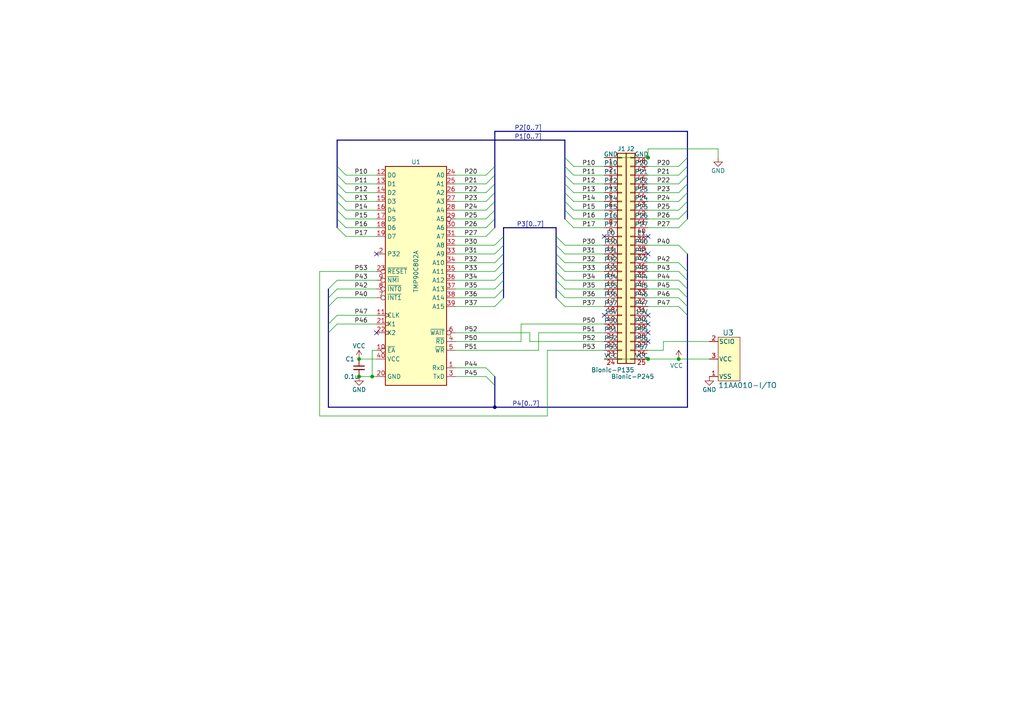
<source format=kicad_sch>
(kicad_sch (version 20230121) (generator eeschema)
  (paper "A4")
  (title_block (title "BionicTMP90C802") (date "2024-03-02") (rev "3") (company "Tadashi G. Takaoka"))
  (lib_symbols
    (symbol "0-LocalLibrary:11AA010-I_TO" (pin_names (offset 0.254))
      (property "Reference" "U" (at 2.54 1.27 0))
      (property "Value" "11AA010-I/TO" (at 3.81 -13.97 0))
      (symbol "11AA010-I_TO_1_1"
        (rectangle (start 0 0) (end 6.35 -12.7) (fill (type background)))
        (pin power_in line (at -2.54 -11.43 0) (length 2.54) (name "VSS") (number "1"))
        (pin bidirectional line (at -2.54 -1.27 0) (length 2.54) (name "SCIO") (number "2"))
        (pin power_in line (at -2.54 -6.35 0) (length 2.54) (name "VCC") (number "3"))
      )
    )
    (symbol "0-LocalLibrary:Bionic-P135" (pin_names (offset 0))
      (property "Reference" "J" (at 0 30.48 0))
      (property "Value" "Bionic-P135" (at -1.27 -33.02 0))
      (symbol "Bionic-P135_1_1"
        (rectangle (start -1.27 -30.353) (end 0 -30.607) (stroke (width 0.1524)))
        (rectangle (start -1.27 -27.813) (end 0 -28.067) (stroke (width 0.1524)))
        (rectangle (start -1.27 -25.273) (end 0 -25.527) (stroke (width 0.1524)))
        (rectangle (start -1.27 -22.733) (end 0 -22.987) (stroke (width 0.1524)))
        (rectangle (start -1.27 -20.193) (end 0 -20.447) (stroke (width 0.1524)))
        (rectangle (start -1.27 -17.653) (end 0 -17.907) (stroke (width 0.1524)))
        (rectangle (start -1.27 -15.113) (end 0 -15.367) (stroke (width 0.1524)))
        (rectangle (start -1.27 -12.573) (end 0 -12.827) (stroke (width 0.1524)))
        (rectangle (start -1.27 -10.033) (end 0 -10.287) (stroke (width 0.1524)))
        (rectangle (start -1.27 -7.493) (end 0 -7.747) (stroke (width 0.1524)))
        (rectangle (start -1.27 -4.953) (end 0 -5.207) (stroke (width 0.1524)))
        (rectangle (start -1.27 -2.413) (end 0 -2.667) (stroke (width 0.1524)))
        (rectangle (start -1.27 0.127) (end 0 -0.127) (stroke (width 0.1524)))
        (rectangle (start -1.27 2.667) (end 0 2.413) (stroke (width 0.1524)))
        (rectangle (start -1.27 5.207) (end 0 4.953) (stroke (width 0.1524)))
        (rectangle (start -1.27 7.747) (end 0 7.493) (stroke (width 0.1524)))
        (rectangle (start -1.27 10.287) (end 0 10.033) (stroke (width 0.1524)))
        (rectangle (start -1.27 12.827) (end 0 12.573) (stroke (width 0.1524)))
        (rectangle (start -1.27 15.367) (end 0 15.113) (stroke (width 0.1524)))
        (rectangle (start -1.27 17.907) (end 0 17.653) (stroke (width 0.1524)))
        (rectangle (start -1.27 20.447) (end 0 20.193) (stroke (width 0.1524)))
        (rectangle (start -1.27 22.987) (end 0 22.733) (stroke (width 0.1524)))
        (rectangle (start -1.27 25.527) (end 0 25.273) (stroke (width 0.1524)))
        (rectangle (start -1.27 28.067) (end 0 27.813) (stroke (width 0.1524)))
        (rectangle (start -1.27 29.21) (end 1.27 -31.75) (stroke (width 0.254)) (fill (type background)))
        (pin power_out line (at -5.08 27.94 0) (length 3.81) (name "GND") (number "1"))
        (pin bidirectional line (at -5.08 5.08 0) (length 3.81) (name "E0") (number "10"))
        (pin bidirectional line (at -5.08 2.54 0) (length 3.81) (name "P30") (number "11"))
        (pin bidirectional line (at -5.08 0 0) (length 3.81) (name "P31") (number "12"))
        (pin bidirectional line (at -5.08 -2.54 0) (length 3.81) (name "P32") (number "13"))
        (pin bidirectional line (at -5.08 -5.08 0) (length 3.81) (name "P33") (number "14"))
        (pin bidirectional line (at -5.08 -7.62 0) (length 3.81) (name "P34") (number "15"))
        (pin bidirectional line (at -5.08 -10.16 0) (length 3.81) (name "P35") (number "16"))
        (pin bidirectional line (at -5.08 -12.7 0) (length 3.81) (name "P36") (number "17"))
        (pin bidirectional line (at -5.08 -15.24 0) (length 3.81) (name "P37") (number "18"))
        (pin power_out line (at -5.08 -17.78 0) (length 3.81) (name "15V") (number "19"))
        (pin bidirectional line (at -5.08 25.4 0) (length 3.81) (name "P10") (number "2"))
        (pin bidirectional line (at -5.08 -20.32 0) (length 3.81) (name "P50") (number "20"))
        (pin bidirectional line (at -5.08 -22.86 0) (length 3.81) (name "P51") (number "21"))
        (pin bidirectional line (at -5.08 -25.4 0) (length 3.81) (name "P52") (number "22"))
        (pin bidirectional line (at -5.08 -27.94 0) (length 3.81) (name "P53") (number "23"))
        (pin power_out line (at -5.08 -30.48 0) (length 3.81) (name "VCC") (number "24"))
        (pin bidirectional line (at -5.08 22.86 0) (length 3.81) (name "P11") (number "3"))
        (pin bidirectional line (at -5.08 20.32 0) (length 3.81) (name "P12") (number "4"))
        (pin bidirectional line (at -5.08 17.78 0) (length 3.81) (name "P13") (number "5"))
        (pin bidirectional line (at -5.08 15.24 0) (length 3.81) (name "P14") (number "6"))
        (pin bidirectional line (at -5.08 12.7 0) (length 3.81) (name "P15") (number "7"))
        (pin bidirectional line (at -5.08 10.16 0) (length 3.81) (name "P16") (number "8"))
        (pin bidirectional line (at -5.08 7.62 0) (length 3.81) (name "P17") (number "9"))
      )
    )
    (symbol "0-LocalLibrary:Bionic-P245" (pin_names (offset 0))
      (property "Reference" "J" (at -3.81 30.48 0))
      (property "Value" "Bionic-P245" (at -1.27 -33.02 0))
      (symbol "Bionic-P245_1_1"
        (rectangle (start -5.08 -31.75) (end -2.54 29.21) (stroke (width 0.254)) (fill (type background)))
        (rectangle (start -3.81 -30.607) (end -2.54 -30.353) (stroke (width 0.1524)))
        (rectangle (start -3.81 -28.067) (end -2.54 -27.813) (stroke (width 0.1524)))
        (rectangle (start -3.81 -25.527) (end -2.54 -25.273) (stroke (width 0.1524)))
        (rectangle (start -3.81 -22.987) (end -2.54 -22.733) (stroke (width 0.1524)))
        (rectangle (start -3.81 -20.447) (end -2.54 -20.193) (stroke (width 0.1524)))
        (rectangle (start -3.81 -17.907) (end -2.54 -17.653) (stroke (width 0.1524)))
        (rectangle (start -3.81 -15.367) (end -2.54 -15.113) (stroke (width 0.1524)))
        (rectangle (start -3.81 -12.827) (end -2.54 -12.573) (stroke (width 0.1524)))
        (rectangle (start -3.81 -10.287) (end -2.54 -10.033) (stroke (width 0.1524)))
        (rectangle (start -3.81 -7.747) (end -2.54 -7.493) (stroke (width 0.1524)))
        (rectangle (start -3.81 -5.207) (end -2.54 -4.953) (stroke (width 0.1524)))
        (rectangle (start -3.81 -2.667) (end -2.54 -2.413) (stroke (width 0.1524)))
        (rectangle (start -3.81 -0.127) (end -2.54 0.127) (stroke (width 0.1524)))
        (rectangle (start -3.81 2.413) (end -2.54 2.667) (stroke (width 0.1524)))
        (rectangle (start -3.81 4.953) (end -2.54 5.207) (stroke (width 0.1524)))
        (rectangle (start -3.81 7.493) (end -2.54 7.747) (stroke (width 0.1524)))
        (rectangle (start -3.81 10.033) (end -2.54 10.287) (stroke (width 0.1524)))
        (rectangle (start -3.81 12.573) (end -2.54 12.827) (stroke (width 0.1524)))
        (rectangle (start -3.81 15.113) (end -2.54 15.367) (stroke (width 0.1524)))
        (rectangle (start -3.81 17.653) (end -2.54 17.907) (stroke (width 0.1524)))
        (rectangle (start -3.81 20.193) (end -2.54 20.447) (stroke (width 0.1524)))
        (rectangle (start -3.81 22.733) (end -2.54 22.987) (stroke (width 0.1524)))
        (rectangle (start -3.81 25.273) (end -2.54 25.527) (stroke (width 0.1524)))
        (rectangle (start -3.81 27.813) (end -2.54 28.067) (stroke (width 0.1524)))
        (pin power_in line (at 1.27 -30.48 180) (length 3.81) (name "VCC") (number "25"))
        (pin bidirectional line (at 1.27 -27.94 180) (length 3.81) (name "P57") (number "26"))
        (pin bidirectional line (at 1.27 -25.4 180) (length 3.81) (name "P56") (number "27"))
        (pin bidirectional line (at 1.27 -22.86 180) (length 3.81) (name "P55") (number "28"))
        (pin bidirectional line (at 1.27 -20.32 180) (length 3.81) (name "P54") (number "29"))
        (pin power_in line (at 1.27 -17.78 180) (length 3.81) (name "15V") (number "30"))
        (pin bidirectional line (at 1.27 -15.24 180) (length 3.81) (name "P47") (number "31"))
        (pin bidirectional line (at 1.27 -12.7 180) (length 3.81) (name "P46") (number "32"))
        (pin bidirectional line (at 1.27 -10.16 180) (length 3.81) (name "P45") (number "33"))
        (pin bidirectional line (at 1.27 -7.62 180) (length 3.81) (name "P44") (number "34"))
        (pin bidirectional line (at 1.27 -5.08 180) (length 3.81) (name "P43") (number "35"))
        (pin bidirectional line (at 1.27 -2.54 180) (length 3.81) (name "P42") (number "36"))
        (pin bidirectional line (at 1.27 0 180) (length 3.81) (name "P41") (number "37"))
        (pin bidirectional line (at 1.27 2.54 180) (length 3.81) (name "P40") (number "38"))
        (pin bidirectional line (at 1.27 5.08 180) (length 3.81) (name "E1") (number "39"))
        (pin bidirectional line (at 1.27 7.62 180) (length 3.81) (name "P27") (number "40"))
        (pin bidirectional line (at 1.27 10.16 180) (length 3.81) (name "P26") (number "41"))
        (pin bidirectional line (at 1.27 12.7 180) (length 3.81) (name "P25") (number "42"))
        (pin bidirectional line (at 1.27 15.24 180) (length 3.81) (name "P24") (number "43"))
        (pin bidirectional line (at 1.27 17.78 180) (length 3.81) (name "P23") (number "44"))
        (pin bidirectional line (at 1.27 20.32 180) (length 3.81) (name "P22") (number "45"))
        (pin bidirectional line (at 1.27 22.86 180) (length 3.81) (name "P21") (number "46"))
        (pin bidirectional line (at 1.27 25.4 180) (length 3.81) (name "P20") (number "47"))
        (pin power_in line (at 1.27 27.94 180) (length 3.81) (name "GND") (number "48"))
      )
    )
    (symbol "0-LocalLibrary:TMP90C802A"
      (property "Reference" "U" (at -1.27 31.75 0))
      (property "Value" "TMP90C802A" (at 0 -3.81 90))
      (symbol "TMP90C802A_0_1"
        (rectangle (start -8.89 -33.02) (end 8.89 30.48) (stroke (width 0.254)) (fill (type background)))
      )
      (symbol "TMP90C802A_1_1"
        (pin input line (at 11.43 -27.94 180) (length 2.54) (name "RxD") (number "1"))
        (pin input inverted (at -11.43 -22.86 0) (length 2.54) (name "~{EA}") (number "10"))
        (pin output clock (at -11.43 -12.7 0) (length 2.54) (name "CLK") (number "11"))
        (pin bidirectional line (at -11.43 27.94 0) (length 2.54) (name "D0") (number "12"))
        (pin bidirectional line (at -11.43 25.4 0) (length 2.54) (name "D1") (number "13"))
        (pin bidirectional line (at -11.43 22.86 0) (length 2.54) (name "D2") (number "14"))
        (pin bidirectional line (at -11.43 20.32 0) (length 2.54) (name "D3") (number "15"))
        (pin bidirectional line (at -11.43 17.78 0) (length 2.54) (name "D4") (number "16"))
        (pin bidirectional line (at -11.43 15.24 0) (length 2.54) (name "D5") (number "17"))
        (pin bidirectional line (at -11.43 12.7 0) (length 2.54) (name "D6") (number "18"))
        (pin bidirectional line (at -11.43 10.16 0) (length 2.54) (name "D7") (number "19"))
        (pin bidirectional line (at -11.43 5.08 0) (length 2.54) (name "P32") (number "2"))
        (pin power_in line (at -11.43 -30.48 0) (length 2.54) (name "GND") (number "20"))
        (pin input clock (at -11.43 -15.24 0) (length 2.54) (name "X1") (number "21"))
        (pin passive clock (at -11.43 -17.78 0) (length 2.54) (name "X2") (number "22"))
        (pin input inverted (at -11.43 0 0) (length 2.54) (name "~{RESET}") (number "23"))
        (pin output line (at 11.43 27.94 180) (length 2.54) (name "A0") (number "24"))
        (pin output line (at 11.43 25.4 180) (length 2.54) (name "A1") (number "25"))
        (pin output line (at 11.43 22.86 180) (length 2.54) (name "A2") (number "26"))
        (pin output line (at 11.43 20.32 180) (length 2.54) (name "A3") (number "27"))
        (pin output line (at 11.43 17.78 180) (length 2.54) (name "A4") (number "28"))
        (pin output inverted (at 11.43 15.24 180) (length 2.54) (name "A5") (number "29"))
        (pin output line (at 11.43 -30.48 180) (length 2.54) (name "TxD") (number "3"))
        (pin output line (at 11.43 12.7 180) (length 2.54) (name "A6") (number "30"))
        (pin output line (at 11.43 10.16 180) (length 2.54) (name "A7") (number "31"))
        (pin output line (at 11.43 7.62 180) (length 2.54) (name "A8") (number "32"))
        (pin output line (at 11.43 5.08 180) (length 2.54) (name "A9") (number "33"))
        (pin output line (at 11.43 2.54 180) (length 2.54) (name "A10") (number "34"))
        (pin output line (at 11.43 0 180) (length 2.54) (name "A11") (number "35"))
        (pin output line (at 11.43 -2.54 180) (length 2.54) (name "A12") (number "36"))
        (pin output line (at 11.43 -5.08 180) (length 2.54) (name "A13") (number "37"))
        (pin output line (at 11.43 -7.62 180) (length 2.54) (name "A14") (number "38"))
        (pin output line (at 11.43 -10.16 180) (length 2.54) (name "A15") (number "39"))
        (pin output line (at 11.43 -20.32 180) (length 2.54) (name "~{RD}") (number "4"))
        (pin power_in line (at -11.43 -25.4 0) (length 2.54) (name "VCC") (number "40"))
        (pin output line (at 11.43 -22.86 180) (length 2.54) (name "~{WR}") (number "5"))
        (pin input inverted (at 11.43 -17.78 180) (length 2.54) (name "~{WAIT}") (number "6"))
        (pin input inverted (at -11.43 -7.62 0) (length 2.54) (name "~{INT1}") (number "7"))
        (pin input inverted (at -11.43 -5.08 0) (length 2.54) (name "~{INT0}") (number "8"))
        (pin input inverted (at -11.43 -2.54 0) (length 2.54) (name "~{NMI}") (number "9"))
      )
    )
    (symbol "Device:C_Small" (pin_numbers hide) (pin_names (offset 0.254) hide)
      (property "Reference" "C" (at 0.254 1.778 0))
      (property "Value" "C_Small" (at 0.254 -2.032 0))
      (symbol "C_Small_0_1"
        (polyline (pts (xy -1.524 -0.508) (xy 1.524 -0.508)) (stroke (width 0.3302)))
        (polyline (pts (xy -1.524 0.508) (xy 1.524 0.508)) (stroke (width 0.3048)))
      )
      (symbol "C_Small_1_1"
        (pin passive line (at 0 2.54 270) (length 2.032) (name "~") (number "1"))
        (pin passive line (at 0 -2.54 90) (length 2.032) (name "~") (number "2"))
      )
    )
    (symbol "GND_1" (power) (pin_names (offset 0))
      (property "Value" "GND_1" (at 0 -3.81 0))
      (symbol "GND_1_0_1"
        (polyline (pts (xy 0 0) (xy 0 -1.27) (xy 1.27 -1.27) (xy 0 -2.54) (xy -1.27 -1.27) (xy 0 -1.27)))
      )
      (symbol "GND_1_1_1"
        (pin power_in line (at 0 0 270) (length 0) hide (name "GND") (number "1"))
      )
    )
    (symbol "VCC_1" (power) (pin_names (offset 0))
      (property "Value" "VCC_1" (at 0 3.81 0))
      (symbol "VCC_1_0_1"
        (polyline (pts (xy -0.762 1.27) (xy 0 2.54)))
        (polyline (pts (xy 0 0) (xy 0 2.54)))
        (polyline (pts (xy 0 2.54) (xy 0.762 1.27)))
      )
      (symbol "VCC_1_1_1"
        (pin power_in line (at 0 0 90) (length 0) hide (name "VCC") (number "1"))
      )
    )
  )
  (junction (at 104.14 109.22))
  (junction (at 196.85 104.14))
  (junction (at 104.14 104.14))
  (junction (at 187.96 104.14))
  (junction (at 187.96 45.72))
  (junction (at 143.51 118.11))
  (junction (at 107.95 109.22))
  (no_connect (at 175.26 91.44))
  (no_connect (at 187.96 68.58))
  (no_connect (at 175.26 68.58))
  (no_connect (at 109.22 73.66))
  (no_connect (at 187.96 99.06))
  (no_connect (at 187.96 73.66))
  (no_connect (at 187.96 96.52))
  (no_connect (at 187.96 91.44))
  (no_connect (at 187.96 93.98))
  (no_connect (at 109.22 96.52))
  (bus_entry (at 161.29 73.66) (size 2.54 2.54))
  (bus_entry (at 143.51 55.88) (size -2.54 2.54))
  (bus_entry (at 199.39 58.42) (size -2.54 2.54))
  (bus_entry (at 196.85 81.28) (size 2.54 2.54))
  (bus_entry (at 146.05 86.36) (size -2.54 2.54))
  (bus_entry (at 143.51 109.22) (size -2.54 -2.54))
  (bus_entry (at 199.39 48.26) (size -2.54 2.54))
  (bus_entry (at 196.85 78.74) (size 2.54 2.54))
  (bus_entry (at 100.33 60.96) (size -2.54 -2.54))
  (bus_entry (at 146.05 78.74) (size -2.54 2.54))
  (bus_entry (at 161.29 76.2) (size 2.54 2.54))
  (bus_entry (at 166.37 60.96) (size -2.54 -2.54))
  (bus_entry (at 143.51 78.74) (size 2.54 -2.54))
  (bus_entry (at 100.33 55.88) (size -2.54 -2.54))
  (bus_entry (at 196.85 86.36) (size 2.54 2.54))
  (bus_entry (at 143.51 63.5) (size -2.54 2.54))
  (bus_entry (at 196.85 76.2) (size 2.54 2.54))
  (bus_entry (at 196.85 83.82) (size 2.54 2.54))
  (bus_entry (at 166.37 63.5) (size -2.54 -2.54))
  (bus_entry (at 143.51 53.34) (size -2.54 2.54))
  (bus_entry (at 143.51 50.8) (size -2.54 2.54))
  (bus_entry (at 161.29 78.74) (size 2.54 2.54))
  (bus_entry (at 143.51 48.26) (size -2.54 2.54))
  (bus_entry (at 161.29 86.36) (size 2.54 2.54))
  (bus_entry (at 100.33 50.8) (size -2.54 -2.54))
  (bus_entry (at 161.29 81.28) (size 2.54 2.54))
  (bus_entry (at 161.29 83.82) (size 2.54 2.54))
  (bus_entry (at 199.39 63.5) (size -2.54 2.54))
  (bus_entry (at 199.39 55.88) (size -2.54 2.54))
  (bus_entry (at 196.85 88.9) (size 2.54 2.54))
  (bus_entry (at 199.39 50.8) (size -2.54 2.54))
  (bus_entry (at 97.79 91.44) (size -2.54 2.54))
  (bus_entry (at 100.33 58.42) (size -2.54 -2.54))
  (bus_entry (at 166.37 66.04) (size -2.54 -2.54))
  (bus_entry (at 143.51 73.66) (size 2.54 -2.54))
  (bus_entry (at 143.51 71.12) (size 2.54 -2.54))
  (bus_entry (at 196.85 48.26) (size 2.54 -2.54))
  (bus_entry (at 143.51 60.96) (size -2.54 2.54))
  (bus_entry (at 140.97 109.22) (size 2.54 2.54))
  (bus_entry (at 161.29 71.12) (size 2.54 2.54))
  (bus_entry (at 95.25 83.82) (size 2.54 -2.54))
  (bus_entry (at 100.33 53.34) (size -2.54 -2.54))
  (bus_entry (at 161.29 68.58) (size 2.54 2.54))
  (bus_entry (at 196.85 71.12) (size 2.54 2.54))
  (bus_entry (at 166.37 58.42) (size -2.54 -2.54))
  (bus_entry (at 143.51 58.42) (size -2.54 2.54))
  (bus_entry (at 166.37 48.26) (size -2.54 -2.54))
  (bus_entry (at 100.33 66.04) (size -2.54 -2.54))
  (bus_entry (at 97.79 86.36) (size -2.54 2.54))
  (bus_entry (at 146.05 81.28) (size -2.54 2.54))
  (bus_entry (at 100.33 63.5) (size -2.54 -2.54))
  (bus_entry (at 95.25 86.36) (size 2.54 -2.54))
  (bus_entry (at 95.25 96.52) (size 2.54 -2.54))
  (bus_entry (at 166.37 50.8) (size -2.54 -2.54))
  (bus_entry (at 143.51 76.2) (size 2.54 -2.54))
  (bus_entry (at 166.37 53.34) (size -2.54 -2.54))
  (bus_entry (at 199.39 53.34) (size -2.54 2.54))
  (bus_entry (at 100.33 68.58) (size -2.54 -2.54))
  (bus_entry (at 146.05 83.82) (size -2.54 2.54))
  (bus_entry (at 199.39 60.96) (size -2.54 2.54))
  (bus_entry (at 166.37 55.88) (size -2.54 -2.54))
  (bus_entry (at 143.51 66.04) (size -2.54 2.54))
  (wire (pts (xy 92.71 120.65) (xy 92.71 78.74)))
  (bus (pts (xy 143.51 55.88) (xy 143.51 58.42)))
  (wire (pts (xy 156.21 101.6) (xy 156.21 96.52)))
  (wire (pts (xy 175.26 63.5) (xy 166.37 63.5)))
  (bus (pts (xy 161.29 76.2) (xy 161.29 78.74)))
  (wire (pts (xy 132.08 68.58) (xy 140.97 68.58)))
  (bus (pts (xy 143.51 118.11) (xy 199.39 118.11)))
  (bus (pts (xy 143.51 63.5) (xy 143.51 66.04)))
  (wire (pts (xy 109.22 63.5) (xy 100.33 63.5)))
  (wire (pts (xy 132.08 60.96) (xy 140.97 60.96)))
  (bus (pts (xy 143.51 111.76) (xy 143.51 118.11)))
  (bus (pts (xy 199.39 55.88) (xy 199.39 58.42)))
  (bus (pts (xy 143.51 109.22) (xy 143.51 111.76)))
  (wire (pts (xy 132.08 83.82) (xy 143.51 83.82)))
  (bus (pts (xy 163.83 48.26) (xy 163.83 50.8)))
  (bus (pts (xy 95.25 86.36) (xy 95.25 88.9)))
  (wire (pts (xy 132.08 88.9) (xy 143.51 88.9)))
  (wire (pts (xy 109.22 101.6) (xy 107.95 101.6)))
  (bus (pts (xy 161.29 66.04) (xy 161.29 68.58)))
  (wire (pts (xy 175.26 48.26) (xy 166.37 48.26)))
  (wire (pts (xy 107.95 109.22) (xy 109.22 109.22)))
  (wire (pts (xy 132.08 86.36) (xy 143.51 86.36)))
  (wire (pts (xy 163.83 88.9) (xy 175.26 88.9)))
  (bus (pts (xy 199.39 45.72) (xy 199.39 48.26)))
  (wire (pts (xy 132.08 71.12) (xy 143.51 71.12)))
  (wire (pts (xy 109.22 78.74) (xy 92.71 78.74)))
  (wire (pts (xy 104.14 104.14) (xy 109.22 104.14)))
  (bus (pts (xy 146.05 78.74) (xy 146.05 81.28)))
  (bus (pts (xy 199.39 88.9) (xy 199.39 91.44)))
  (wire (pts (xy 187.96 86.36) (xy 196.85 86.36)))
  (bus (pts (xy 95.25 118.11) (xy 143.51 118.11)))
  (bus (pts (xy 163.83 60.96) (xy 163.83 63.5)))
  (wire (pts (xy 158.75 101.6) (xy 158.75 120.65)))
  (bus (pts (xy 97.79 58.42) (xy 97.79 60.96)))
  (wire (pts (xy 187.96 63.5) (xy 196.85 63.5)))
  (bus (pts (xy 199.39 73.66) (xy 199.39 78.74)))
  (wire (pts (xy 187.96 83.82) (xy 196.85 83.82)))
  (wire (pts (xy 208.28 43.18) (xy 208.28 45.72)))
  (bus (pts (xy 146.05 71.12) (xy 146.05 73.66)))
  (wire (pts (xy 187.96 81.28) (xy 196.85 81.28)))
  (bus (pts (xy 143.51 53.34) (xy 143.51 55.88)))
  (bus (pts (xy 97.79 55.88) (xy 97.79 58.42)))
  (bus (pts (xy 163.83 53.34) (xy 163.83 55.88)))
  (wire (pts (xy 132.08 99.06) (xy 151.13 99.06)))
  (bus (pts (xy 163.83 40.64) (xy 163.83 45.72)))
  (bus (pts (xy 163.83 45.72) (xy 163.83 48.26)))
  (wire (pts (xy 132.08 66.04) (xy 140.97 66.04)))
  (wire (pts (xy 109.22 55.88) (xy 100.33 55.88)))
  (bus (pts (xy 97.79 60.96) (xy 97.79 63.5)))
  (wire (pts (xy 163.83 73.66) (xy 175.26 73.66)))
  (bus (pts (xy 97.79 50.8) (xy 97.79 53.34)))
  (wire (pts (xy 109.22 58.42) (xy 100.33 58.42)))
  (wire (pts (xy 187.96 71.12) (xy 196.85 71.12)))
  (wire (pts (xy 163.83 71.12) (xy 175.26 71.12)))
  (wire (pts (xy 187.96 104.14) (xy 196.85 104.14)))
  (wire (pts (xy 109.22 68.58) (xy 100.33 68.58)))
  (bus (pts (xy 199.39 83.82) (xy 199.39 86.36)))
  (wire (pts (xy 175.26 58.42) (xy 166.37 58.42)))
  (bus (pts (xy 199.39 38.1) (xy 199.39 45.72)))
  (wire (pts (xy 132.08 81.28) (xy 143.51 81.28)))
  (bus (pts (xy 95.25 93.98) (xy 95.25 96.52)))
  (wire (pts (xy 187.96 55.88) (xy 196.85 55.88)))
  (wire (pts (xy 107.95 101.6) (xy 107.95 109.22)))
  (wire (pts (xy 132.08 73.66) (xy 143.51 73.66)))
  (wire (pts (xy 175.26 66.04) (xy 166.37 66.04)))
  (wire (pts (xy 187.96 66.04) (xy 196.85 66.04)))
  (bus (pts (xy 143.51 38.1) (xy 199.39 38.1)))
  (wire (pts (xy 175.26 60.96) (xy 166.37 60.96)))
  (wire (pts (xy 187.96 53.34) (xy 196.85 53.34)))
  (wire (pts (xy 132.08 76.2) (xy 143.51 76.2)))
  (bus (pts (xy 143.51 60.96) (xy 143.51 63.5)))
  (bus (pts (xy 143.51 58.42) (xy 143.51 60.96)))
  (bus (pts (xy 163.83 50.8) (xy 163.83 53.34)))
  (bus (pts (xy 95.25 83.82) (xy 95.25 86.36)))
  (bus (pts (xy 97.79 53.34) (xy 97.79 55.88)))
  (wire (pts (xy 187.96 50.8) (xy 196.85 50.8)))
  (wire (pts (xy 97.79 83.82) (xy 109.22 83.82)))
  (bus (pts (xy 199.39 53.34) (xy 199.39 55.88)))
  (bus (pts (xy 143.51 48.26) (xy 143.51 50.8)))
  (bus (pts (xy 199.39 91.44) (xy 199.39 118.11)))
  (wire (pts (xy 175.26 104.14) (xy 187.96 104.14)))
  (wire (pts (xy 163.83 83.82) (xy 175.26 83.82)))
  (wire (pts (xy 109.22 86.36) (xy 97.79 86.36)))
  (bus (pts (xy 95.25 96.52) (xy 95.25 118.11)))
  (bus (pts (xy 199.39 81.28) (xy 199.39 83.82)))
  (bus (pts (xy 146.05 68.58) (xy 146.05 66.04)))
  (wire (pts (xy 158.75 101.6) (xy 175.26 101.6)))
  (bus (pts (xy 146.05 83.82) (xy 146.05 86.36)))
  (wire (pts (xy 151.13 99.06) (xy 151.13 93.98)))
  (bus (pts (xy 199.39 86.36) (xy 199.39 88.9)))
  (bus (pts (xy 146.05 68.58) (xy 146.05 71.12)))
  (wire (pts (xy 109.22 60.96) (xy 100.33 60.96)))
  (wire (pts (xy 132.08 101.6) (xy 156.21 101.6)))
  (wire (pts (xy 153.67 99.06) (xy 175.26 99.06)))
  (bus (pts (xy 146.05 76.2) (xy 146.05 78.74)))
  (wire (pts (xy 132.08 50.8) (xy 140.97 50.8)))
  (wire (pts (xy 151.13 93.98) (xy 175.26 93.98)))
  (wire (pts (xy 175.26 50.8) (xy 166.37 50.8)))
  (wire (pts (xy 175.26 55.88) (xy 166.37 55.88)))
  (bus (pts (xy 95.25 88.9) (xy 95.25 93.98)))
  (bus (pts (xy 143.51 38.1) (xy 143.51 48.26)))
  (bus (pts (xy 146.05 73.66) (xy 146.05 76.2)))
  (wire (pts (xy 163.83 81.28) (xy 175.26 81.28)))
  (wire (pts (xy 132.08 55.88) (xy 140.97 55.88)))
  (bus (pts (xy 97.79 40.64) (xy 163.83 40.64)))
  (wire (pts (xy 132.08 78.74) (xy 143.51 78.74)))
  (bus (pts (xy 161.29 71.12) (xy 161.29 73.66)))
  (wire (pts (xy 132.08 53.34) (xy 140.97 53.34)))
  (wire (pts (xy 187.96 48.26) (xy 196.85 48.26)))
  (bus (pts (xy 97.79 63.5) (xy 97.79 66.04)))
  (wire (pts (xy 132.08 109.22) (xy 140.97 109.22)))
  (wire (pts (xy 97.79 93.98) (xy 109.22 93.98)))
  (bus (pts (xy 161.29 83.82) (xy 161.29 86.36)))
  (bus (pts (xy 163.83 58.42) (xy 163.83 60.96)))
  (wire (pts (xy 163.83 86.36) (xy 175.26 86.36)))
  (wire (pts (xy 109.22 53.34) (xy 100.33 53.34)))
  (wire (pts (xy 187.96 60.96) (xy 196.85 60.96)))
  (wire (pts (xy 97.79 91.44) (xy 109.22 91.44)))
  (bus (pts (xy 161.29 68.58) (xy 161.29 71.12)))
  (bus (pts (xy 143.51 50.8) (xy 143.51 53.34)))
  (wire (pts (xy 158.75 120.65) (xy 92.71 120.65)))
  (wire (pts (xy 132.08 96.52) (xy 153.67 96.52)))
  (wire (pts (xy 187.96 88.9) (xy 196.85 88.9)))
  (wire (pts (xy 104.14 109.22) (xy 107.95 109.22)))
  (wire (pts (xy 153.67 96.52) (xy 153.67 99.06)))
  (bus (pts (xy 161.29 78.74) (xy 161.29 81.28)))
  (bus (pts (xy 97.79 48.26) (xy 97.79 50.8)))
  (wire (pts (xy 132.08 63.5) (xy 140.97 63.5)))
  (wire (pts (xy 163.83 78.74) (xy 175.26 78.74)))
  (bus (pts (xy 146.05 81.28) (xy 146.05 83.82)))
  (wire (pts (xy 175.26 45.72) (xy 187.96 45.72)))
  (bus (pts (xy 146.05 66.04) (xy 161.29 66.04)))
  (bus (pts (xy 199.39 58.42) (xy 199.39 60.96)))
  (bus (pts (xy 199.39 60.96) (xy 199.39 63.5)))
  (wire (pts (xy 156.21 96.52) (xy 175.26 96.52)))
  (wire (pts (xy 175.26 53.34) (xy 166.37 53.34)))
  (bus (pts (xy 161.29 81.28) (xy 161.29 83.82)))
  (wire (pts (xy 132.08 106.68) (xy 140.97 106.68)))
  (wire (pts (xy 192.405 101.6) (xy 192.405 99.06)))
  (wire (pts (xy 97.79 81.28) (xy 109.22 81.28)))
  (wire (pts (xy 187.96 43.18) (xy 187.96 45.72)))
  (wire (pts (xy 132.08 58.42) (xy 140.97 58.42)))
  (wire (pts (xy 187.96 43.18) (xy 208.28 43.18)))
  (wire (pts (xy 192.405 99.06) (xy 205.74 99.06)))
  (bus (pts (xy 199.39 78.74) (xy 199.39 81.28)))
  (wire (pts (xy 196.85 104.14) (xy 205.74 104.14)))
  (wire (pts (xy 187.96 101.6) (xy 192.405 101.6)))
  (bus (pts (xy 199.39 50.8) (xy 199.39 53.34)))
  (bus (pts (xy 161.29 73.66) (xy 161.29 76.2)))
  (wire (pts (xy 187.96 58.42) (xy 196.85 58.42)))
  (wire (pts (xy 187.96 78.74) (xy 196.85 78.74)))
  (bus (pts (xy 163.83 55.88) (xy 163.83 58.42)))
  (wire (pts (xy 187.96 76.2) (xy 196.85 76.2)))
  (bus (pts (xy 199.39 48.26) (xy 199.39 50.8)))
  (wire (pts (xy 109.22 50.8) (xy 100.33 50.8)))
  (wire (pts (xy 163.83 76.2) (xy 175.26 76.2)))
  (bus (pts (xy 97.79 40.64) (xy 97.79 48.26)))
  (wire (pts (xy 109.22 66.04) (xy 100.33 66.04)))
  (label "P46" (at 190.5 86.36 0))
  (label "P17" (at 106.68 68.58 180))
  (label "P52" (at 172.72 99.06 180))
  (label "P32" (at 172.72 76.2 180))
  (label "P22" (at 190.5 53.34 0))
  (label "P2[0..7]" (at 149.225 38.1 0))
  (label "P45" (at 190.5 83.82 0))
  (label "P27" (at 190.5 66.04 0))
  (label "P53" (at 172.72 101.6 180))
  (label "P23" (at 190.5 55.88 0))
  (label "P32" (at 134.62 76.2 0))
  (label "P3[0..7]" (at 149.86 66.04 0))
  (label "P47" (at 106.68 91.44 180))
  (label "P50" (at 172.72 93.98 180))
  (label "P21" (at 134.62 53.34 0))
  (label "P40" (at 190.5 71.12 0))
  (label "P43" (at 190.5 78.74 0))
  (label "P10" (at 172.72 48.26 180))
  (label "P42" (at 106.68 83.82 180))
  (label "P16" (at 172.72 63.5 180))
  (label "P23" (at 134.62 58.42 0))
  (label "P13" (at 172.72 55.88 180))
  (label "P34" (at 172.72 81.28 180))
  (label "P51" (at 134.62 101.6 0))
  (label "P1[0..7]" (at 149.225 40.64 0))
  (label "P14" (at 106.68 60.96 180))
  (label "P26" (at 190.5 63.5 0))
  (label "P50" (at 134.62 99.06 0))
  (label "P14" (at 172.72 58.42 180))
  (label "P25" (at 190.5 60.96 0))
  (label "P20" (at 190.5 48.26 0))
  (label "P12" (at 106.68 55.88 180))
  (label "P11" (at 106.68 53.34 180))
  (label "P22" (at 134.62 55.88 0))
  (label "P35" (at 134.62 83.82 0))
  (label "P44" (at 190.5 81.28 0))
  (label "P46" (at 106.68 93.98 180))
  (label "P36" (at 172.72 86.36 180))
  (label "P26" (at 134.62 66.04 0))
  (label "P17" (at 172.72 66.04 180))
  (label "P16" (at 106.68 66.04 180))
  (label "P31" (at 172.72 73.66 180))
  (label "P25" (at 134.62 63.5 0))
  (label "P52" (at 134.62 96.52 0))
  (label "P11" (at 172.72 50.8 180))
  (label "P35" (at 172.72 83.82 180))
  (label "P33" (at 172.72 78.74 180))
  (label "P33" (at 134.62 78.74 0))
  (label "P20" (at 134.62 50.8 0))
  (label "P24" (at 190.5 58.42 0))
  (label "P30" (at 134.62 71.12 0))
  (label "P30" (at 172.72 71.12 180))
  (label "P44" (at 134.62 106.68 0))
  (label "P43" (at 106.68 81.28 180))
  (label "P21" (at 190.5 50.8 0))
  (label "P47" (at 190.5 88.9 0))
  (label "P10" (at 106.68 50.8 180))
  (label "P15" (at 106.68 63.5 180))
  (label "P27" (at 134.62 68.58 0))
  (label "P53" (at 106.68 78.74 180))
  (label "P13" (at 106.68 58.42 180))
  (label "P40" (at 106.68 86.36 180))
  (label "P31" (at 134.62 73.66 0))
  (label "P36" (at 134.62 86.36 0))
  (label "P12" (at 172.72 53.34 180))
  (label "P4[0..7]" (at 148.59 118.11 0))
  (label "P15" (at 172.72 60.96 180))
  (label "P37" (at 134.62 88.9 0))
  (label "P42" (at 190.5 76.2 0))
  (label "P45" (at 134.62 109.22 0))
  (label "P24" (at 134.62 60.96 0))
  (label "P51" (at 172.72 96.52 180))
  (label "P34" (at 134.62 81.28 0))
  (label "P37" (at 172.72 88.9 180))
  (symbol (lib_id "Device:C_Small") (at 104.14 106.68 0) (mirror y) (unit 1)
    (property "Reference" "C1" (at 102.87 104.14 0) (effects (justify left)))
    (property "Value" "0.1u" (at 104.14 109.22 0) (effects (justify left)))
    (property "Footprint" "Capacitor_THT:C_Disc_D3.4mm_W2.1mm_P2.50mm" (effects hide))
  )
  (symbol (lib_name "VCC_1") (lib_id "power:VCC") (at 104.14 104.14 0) (unit 1)
    (property "Reference" "#PWR06" (effects hide))
    (property "Value" "VCC" (at 104.14 100.33 0))
  )
  (symbol (lib_id "0-LocalLibrary:11AA010-I_TO") (at 208.28 97.79 0) (unit 1)
    (property "Reference" "U3" (at 209.55 96.52 0) (effects (font (size 1.524 1.524)) (justify left)))
    (property "Value" "11AA010-I/TO" (at 208.28 111.76 0) (effects (font (size 1.524 1.524)) (justify left)))
    (property "Footprint" "TO-92_MC_MCH" (effects hide))
    (property "Datasheet" "11AA010-I/TO" (effects hide))
  )
  (symbol (lib_id "0-LocalLibrary:TMP90C802A") (at 120.65 78.74 0) (unit 1)
    (property "Reference" "U1" (at 120.65 46.99 0))
    (property "Value" "TMP90C802A" (at 120.65 78.74 90))
    (property "Footprint" "Package_DIP:DIP-40_W15.24mm" (effects hide))
    (property "Datasheet" "https://www.datasheet-pdf.com/PDF/TMP90C802A-Datasheet-Toshiba-538374" (effects hide))
  )
  (symbol (lib_name "GND_1") (lib_id "power:GND") (at 205.74 109.22 0) (unit 1)
    (property "Reference" "#PWR08" (effects hide))
    (property "Value" "GND" (at 205.74 113.03 0))
  )
  (symbol (lib_name "GND_1") (lib_id "power:GND") (at 104.14 109.22 0) (unit 1)
    (property "Reference" "#PWR05" (effects hide))
    (property "Value" "GND" (at 104.14 113.03 0))
  )
  (symbol (lib_id "0-LocalLibrary:Bionic-P245") (at 186.69 73.66 0) (unit 1)
    (property "Reference" "J2" (at 182.88 43.18 0))
    (property "Value" "Bionic-P245" (at 183.515 109.22 0))
    (property "Footprint" "connector:Bionic-P245_Vertical" (effects hide))
  )
  (symbol (lib_name "VCC_1") (lib_id "power:VCC") (at 196.85 104.14 0) (unit 1)
    (property "Reference" "#PWR07" (effects hide))
    (property "Value" "VCC" (at 196.215 106.045 0))
  )
  (symbol (lib_name "GND_1") (lib_id "power:GND") (at 208.28 45.72 0) (unit 1)
    (property "Reference" "#PWR01" (effects hide))
    (property "Value" "GND" (at 208.28 49.53 0))
  )
  (symbol (lib_id "0-LocalLibrary:Bionic-P135") (at 180.34 73.66 0) (unit 1)
    (property "Reference" "J1" (at 179.07 43.18 0) (effects (justify left)))
    (property "Value" "Bionic-P135" (at 171.45 107.315 0) (effects (justify left)))
    (property "Footprint" "connector:Bionic-P135_Vertical" (effects hide))
  )
)
</source>
